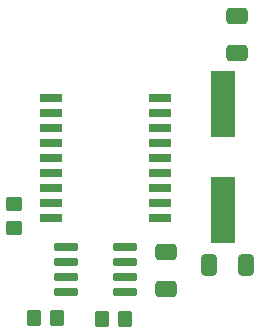
<source format=gbr>
%TF.GenerationSoftware,KiCad,Pcbnew,(6.0.5-0)*%
%TF.CreationDate,2024-03-04T13:36:44-05:00*%
%TF.ProjectId,CubeSat PCB V0.3,43756265-5361-4742-9050-43422056302e,rev?*%
%TF.SameCoordinates,Original*%
%TF.FileFunction,Paste,Top*%
%TF.FilePolarity,Positive*%
%FSLAX46Y46*%
G04 Gerber Fmt 4.6, Leading zero omitted, Abs format (unit mm)*
G04 Created by KiCad (PCBNEW (6.0.5-0)) date 2024-03-04 13:36:44*
%MOMM*%
%LPD*%
G01*
G04 APERTURE LIST*
G04 Aperture macros list*
%AMRoundRect*
0 Rectangle with rounded corners*
0 $1 Rounding radius*
0 $2 $3 $4 $5 $6 $7 $8 $9 X,Y pos of 4 corners*
0 Add a 4 corners polygon primitive as box body*
4,1,4,$2,$3,$4,$5,$6,$7,$8,$9,$2,$3,0*
0 Add four circle primitives for the rounded corners*
1,1,$1+$1,$2,$3*
1,1,$1+$1,$4,$5*
1,1,$1+$1,$6,$7*
1,1,$1+$1,$8,$9*
0 Add four rect primitives between the rounded corners*
20,1,$1+$1,$2,$3,$4,$5,0*
20,1,$1+$1,$4,$5,$6,$7,0*
20,1,$1+$1,$6,$7,$8,$9,0*
20,1,$1+$1,$8,$9,$2,$3,0*%
G04 Aperture macros list end*
%ADD10RoundRect,0.250000X-0.350000X-0.450000X0.350000X-0.450000X0.350000X0.450000X-0.350000X0.450000X0*%
%ADD11RoundRect,0.042000X0.943000X0.258000X-0.943000X0.258000X-0.943000X-0.258000X0.943000X-0.258000X0*%
%ADD12R,2.100000X5.600000*%
%ADD13RoundRect,0.250000X0.350000X0.450000X-0.350000X0.450000X-0.350000X-0.450000X0.350000X-0.450000X0*%
%ADD14RoundRect,0.250000X-0.650000X0.412500X-0.650000X-0.412500X0.650000X-0.412500X0.650000X0.412500X0*%
%ADD15RoundRect,0.042000X0.913000X0.258000X-0.913000X0.258000X-0.913000X-0.258000X0.913000X-0.258000X0*%
%ADD16RoundRect,0.250000X0.650000X-0.412500X0.650000X0.412500X-0.650000X0.412500X-0.650000X-0.412500X0*%
%ADD17RoundRect,0.250000X-0.412500X-0.650000X0.412500X-0.650000X0.412500X0.650000X-0.412500X0.650000X0*%
%ADD18RoundRect,0.250000X0.450000X-0.350000X0.450000X0.350000X-0.450000X0.350000X-0.450000X-0.350000X0*%
G04 APERTURE END LIST*
D10*
%TO.C,R3*%
X95025000Y-122425000D03*
X97025000Y-122425000D03*
%TD*%
D11*
%TO.C,U2*%
X102725000Y-120175000D03*
X102725000Y-118905000D03*
X102725000Y-117635000D03*
X102725000Y-116365000D03*
X97785000Y-116365000D03*
X97785000Y-117635000D03*
X97785000Y-118905000D03*
X97785000Y-120175000D03*
%TD*%
D12*
%TO.C,Y1*%
X111025000Y-113250000D03*
X111025000Y-104250000D03*
%TD*%
D13*
%TO.C,R2*%
X102775000Y-122450000D03*
X100775000Y-122450000D03*
%TD*%
D14*
%TO.C,C1*%
X112225000Y-96812500D03*
X112225000Y-99937500D03*
%TD*%
D15*
%TO.C,U3*%
X105695000Y-113930000D03*
X105695000Y-112660000D03*
X105695000Y-111390000D03*
X105695000Y-110120000D03*
X105695000Y-108850000D03*
X105695000Y-107580000D03*
X105695000Y-106310000D03*
X105695000Y-105040000D03*
X105695000Y-103770000D03*
X96475000Y-103770000D03*
X96475000Y-105040000D03*
X96475000Y-106310000D03*
X96475000Y-107580000D03*
X96475000Y-108850000D03*
X96475000Y-110120000D03*
X96475000Y-111390000D03*
X96475000Y-112660000D03*
X96475000Y-113930000D03*
%TD*%
D16*
%TO.C,C3*%
X106200000Y-119912500D03*
X106200000Y-116787500D03*
%TD*%
D17*
%TO.C,C2*%
X109837500Y-117900000D03*
X112962500Y-117900000D03*
%TD*%
D18*
%TO.C,R1*%
X93400000Y-114725000D03*
X93400000Y-112725000D03*
%TD*%
M02*

</source>
